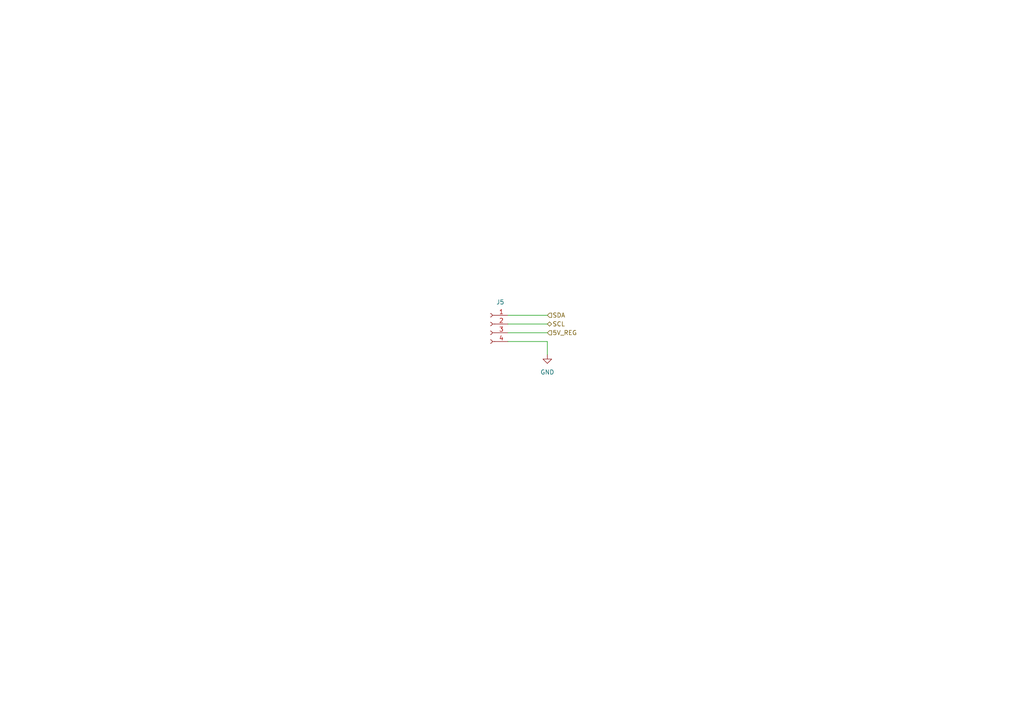
<source format=kicad_sch>
(kicad_sch (version 20231120) (generator "eeschema") (generator_version "8.0")
  (paper "A4")
  (lib_symbols
    (symbol "Connector:Conn_01x04_Socket" (pin_names (offset 1.016) hide)
      (property "Reference" "J" (at 0 5.08 0))
      (property "Value" "Conn_01x04_Socket" (at 0 -7.62 0))
      (symbol "Conn_01x04_Socket_1_1"
        (arc (start 0 -4.572) (mid -0.5058 -5.08) (end 0 -5.588) (stroke (width 0.1524)))
        (arc (start 0 -2.032) (mid -0.5058 -2.54) (end 0 -3.048) (stroke (width 0.1524)))
        (polyline (pts (xy -1.27 -5.08) (xy -0.508 -5.08)) (stroke (width 0.1524)))
        (polyline (pts (xy -1.27 -2.54) (xy -0.508 -2.54)) (stroke (width 0.1524)))
        (polyline (pts (xy -1.27 0) (xy -0.508 0)) (stroke (width 0.1524)))
        (polyline (pts (xy -1.27 2.54) (xy -0.508 2.54)) (stroke (width 0.1524)))
        (arc (start 0 0.508) (mid -0.5058 0) (end 0 -0.508) (stroke (width 0.1524)))
        (arc (start 0 3.048) (mid -0.5058 2.54) (end 0 2.032) (stroke (width 0.1524)))
        (pin passive line (at -5.08 2.54 0) (length 3.81) (name "Pin_1") (number "1"))
        (pin passive line (at -5.08 0 0) (length 3.81) (name "Pin_2") (number "2"))
        (pin passive line (at -5.08 -2.54 0) (length 3.81) (name "Pin_3") (number "3"))
        (pin passive line (at -5.08 -5.08 0) (length 3.81) (name "Pin_4") (number "4"))
      )
    )
    (symbol "power:GND" (power) (pin_numbers hide) (pin_names (offset 0) hide)
      (property "Value" "GND" (at 0 -3.81 0))
      (symbol "GND_0_1"
        (polyline (pts (xy 0 0) (xy 0 -1.27) (xy 1.27 -1.27) (xy 0 -2.54) (xy -1.27 -1.27) (xy 0 -1.27)))
      )
      (symbol "GND_1_1"
        (pin power_in line (at 0 0 270) (length 0) (name "~") (number "1"))
      )
    )
  )
  (wire (pts (xy 147.32 91.44) (xy 158.75 91.44)))
  (wire (pts (xy 147.32 96.52) (xy 158.75 96.52)))
  (wire (pts (xy 158.75 99.06) (xy 158.75 102.87)))
  (wire (pts (xy 147.32 99.06) (xy 158.75 99.06)))
  (wire (pts (xy 147.32 93.98) (xy 158.75 93.98)))
  (hierarchical_label "5V_REG" (shape input) (at 158.75 96.52 0))
  (hierarchical_label "SDA" (shape input) (at 158.75 91.44 0))
  (hierarchical_label "SCL" (shape bidirectional) (at 158.75 93.98 0))
  (symbol (lib_id "Connector:Conn_01x04_Socket") (at 142.24 93.98 0) (mirror y) (unit 1)
    (property "Reference" "J5" (at 146.304 87.63 0) (effects (justify left)))
    (property "Value" "Conn_01x04_Socket" (effects (hide yes)))
    (property "Footprint" "Connector_PinSocket_2.54mm:PinSocket_1x04_P2.54mm_Vertical" (effects (hide yes)))
    (property "Description" "Generic connector, single row, 01x04, script generated" (effects (hide yes)))
  )
  (symbol (lib_id "power:GND") (at 158.75 102.87 0) (unit 1)
    (property "Reference" "#PWR024" (effects (hide yes)))
    (property "Value" "GND" (at 158.75 107.95 0))
    (property "Description" "Power symbol creates a global label with name \"GND\" , ground" (effects (hide yes)))
  )
)
</source>
